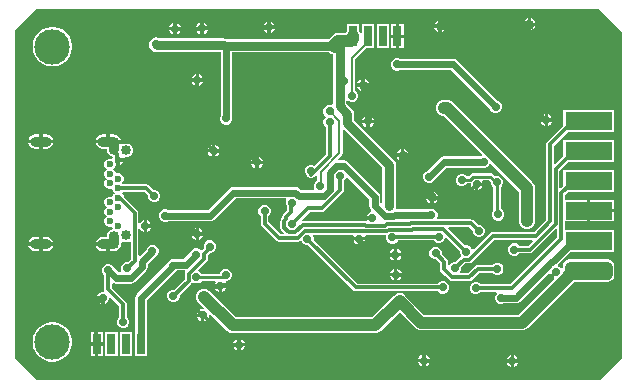
<source format=gbl>
G04*
G04 #@! TF.GenerationSoftware,Altium Limited,Altium Designer,21.6.1 (37)*
G04*
G04 Layer_Physical_Order=2*
G04 Layer_Color=16711680*
%FSLAX44Y44*%
%MOMM*%
G71*
G04*
G04 #@! TF.SameCoordinates,11CCFD72-63DB-4119-8E51-9F3FA7F87259*
G04*
G04*
G04 #@! TF.FilePolarity,Positive*
G04*
G01*
G75*
%ADD10C,0.2000*%
%ADD13C,0.6000*%
%ADD14C,0.2500*%
%ADD16C,0.1700*%
%ADD66C,0.3000*%
%ADD67C,0.8000*%
%ADD68C,1.0000*%
%ADD70C,3.0000*%
%ADD71O,1.8000X0.9000*%
%ADD72C,0.6000*%
%ADD73O,0.9000X1.5000*%
%ADD74C,0.8500*%
%ADD75C,0.7000*%
%ADD76R,4.0000X1.5240*%
G04:AMPARAMS|DCode=77|XSize=1.524mm|YSize=4mm|CornerRadius=0.381mm|HoleSize=0mm|Usage=FLASHONLY|Rotation=90.000|XOffset=0mm|YOffset=0mm|HoleType=Round|Shape=RoundedRectangle|*
%AMROUNDEDRECTD77*
21,1,1.5240,3.2380,0,0,90.0*
21,1,0.7620,4.0000,0,0,90.0*
1,1,0.7620,1.6190,0.3810*
1,1,0.7620,1.6190,-0.3810*
1,1,0.7620,-1.6190,-0.3810*
1,1,0.7620,-1.6190,0.3810*
%
%ADD77ROUNDEDRECTD77*%
%ADD78R,4.0000X1.5240*%
%ADD79R,0.7000X1.7000*%
G36*
X482201Y262444D02*
Y-13194D01*
X463444Y-31951D01*
X-12944D01*
X-31451Y-13444D01*
X-31451Y263694D01*
X-13444Y281701D01*
X462944D01*
X482201Y262444D01*
D02*
G37*
%LPC*%
G36*
X405500Y273899D02*
Y270500D01*
X408899D01*
X408324Y271889D01*
X406889Y273324D01*
X405500Y273899D01*
D02*
G37*
G36*
X402500D02*
X401111Y273324D01*
X399676Y271889D01*
X399101Y270500D01*
X402500D01*
Y273899D01*
D02*
G37*
G36*
X329750Y272399D02*
Y269000D01*
X333149D01*
X332574Y270389D01*
X331139Y271824D01*
X329750Y272399D01*
D02*
G37*
G36*
X326750D02*
X325361Y271824D01*
X323926Y270389D01*
X323351Y269000D01*
X326750D01*
Y272399D01*
D02*
G37*
G36*
X185000Y271649D02*
Y268250D01*
X188399D01*
X187824Y269639D01*
X186389Y271073D01*
X185000Y271649D01*
D02*
G37*
G36*
X182000D02*
X180611Y271073D01*
X179176Y269639D01*
X178601Y268250D01*
X182000D01*
Y271649D01*
D02*
G37*
G36*
X128000Y270399D02*
Y267000D01*
X131399D01*
X130824Y268389D01*
X129389Y269823D01*
X128000Y270399D01*
D02*
G37*
G36*
X125000D02*
X123611Y269823D01*
X122176Y268389D01*
X121601Y267000D01*
X125000D01*
Y270399D01*
D02*
G37*
G36*
X105250Y270149D02*
Y266750D01*
X108649D01*
X108074Y268139D01*
X106639Y269574D01*
X105250Y270149D01*
D02*
G37*
G36*
X102250D02*
X100861Y269574D01*
X99426Y268139D01*
X98851Y266750D01*
X102250D01*
Y270149D01*
D02*
G37*
G36*
X408899Y267500D02*
X405500D01*
Y264101D01*
X406889Y264676D01*
X408324Y266111D01*
X408899Y267500D01*
D02*
G37*
G36*
X402500D02*
X399101D01*
X399676Y266111D01*
X401111Y264676D01*
X402500Y264101D01*
Y267500D01*
D02*
G37*
G36*
X333149Y266000D02*
X329750D01*
Y262601D01*
X331139Y263176D01*
X332574Y264611D01*
X333149Y266000D01*
D02*
G37*
G36*
X326750D02*
X323351D01*
X323926Y264611D01*
X325361Y263176D01*
X326750Y262601D01*
Y266000D01*
D02*
G37*
G36*
X188399Y265250D02*
X185000D01*
Y261851D01*
X186389Y262426D01*
X187824Y263861D01*
X188399Y265250D01*
D02*
G37*
G36*
X182000D02*
X178601D01*
X179176Y263861D01*
X180611Y262426D01*
X182000Y261851D01*
Y265250D01*
D02*
G37*
G36*
X272450Y268950D02*
X262050D01*
Y261953D01*
X260780Y261700D01*
X260603Y262129D01*
X259950Y262979D01*
Y268950D01*
X249550D01*
Y262979D01*
X248898Y262129D01*
X248848Y262008D01*
X242000D01*
X240251Y261777D01*
X238621Y261102D01*
X237222Y260028D01*
X234005Y256812D01*
X146506D01*
X145250Y257061D01*
X90185D01*
X89724Y257369D01*
X87500Y257812D01*
X85276Y257369D01*
X83391Y256110D01*
X82131Y254224D01*
X81688Y252000D01*
X82131Y249776D01*
X83391Y247890D01*
X84141Y247140D01*
X84141Y247140D01*
X86026Y245881D01*
X88250Y245438D01*
X88250Y245438D01*
X142458D01*
Y191269D01*
X142050Y190285D01*
Y188216D01*
X142842Y186305D01*
X144305Y184842D01*
X146216Y184050D01*
X148285D01*
X150196Y184842D01*
X151658Y186305D01*
X152450Y188216D01*
Y190285D01*
X152042Y191269D01*
Y245188D01*
X234318D01*
X234371Y245148D01*
X234393Y245138D01*
X234641Y244891D01*
X234641Y244891D01*
X236526Y243631D01*
X237439Y243450D01*
Y220750D01*
Y201134D01*
X236169Y200286D01*
X235793Y200442D01*
X233724D01*
X231813Y199650D01*
X230350Y198187D01*
X229558Y196276D01*
Y194207D01*
X230350Y192296D01*
X231068Y191579D01*
X231746Y190752D01*
X231068Y189919D01*
X230353Y189205D01*
X229562Y187293D01*
Y185225D01*
X230353Y183314D01*
X231499Y182168D01*
Y158905D01*
X221982Y149389D01*
X221956Y149415D01*
X220045Y150207D01*
X217976D01*
X216065Y149415D01*
X214602Y147953D01*
X213811Y146041D01*
Y143973D01*
X214602Y142062D01*
X215968Y140695D01*
X215996Y140555D01*
X216704Y139496D01*
X217762Y138789D01*
X219011Y138540D01*
X220259Y138789D01*
X221318Y139496D01*
X223274Y141452D01*
X224447Y140966D01*
Y136778D01*
X223554Y136408D01*
X222092Y134946D01*
X221300Y133034D01*
Y130966D01*
X221757Y129862D01*
X220909Y128592D01*
X210532D01*
X209235Y129888D01*
X207680Y130927D01*
X205847Y131292D01*
X205846Y131292D01*
X153135D01*
X153135Y131292D01*
X151301Y130927D01*
X149747Y129888D01*
X149747Y129888D01*
X131650Y111792D01*
X97769D01*
X96784Y112200D01*
X94716D01*
X92804Y111408D01*
X91342Y109946D01*
X90550Y108034D01*
Y105966D01*
X91342Y104054D01*
X92804Y102592D01*
X94716Y101800D01*
X96784D01*
X97769Y102208D01*
X133635D01*
X133635Y102208D01*
X135469Y102573D01*
X137024Y103611D01*
X155120Y121708D01*
X197445D01*
X198131Y120438D01*
X197550Y119034D01*
Y116966D01*
X198342Y115054D01*
X198722Y114674D01*
Y111504D01*
X195718Y108499D01*
X195010Y107441D01*
X194762Y106192D01*
Y105351D01*
X193993Y104582D01*
X193286Y103524D01*
X193037Y102275D01*
Y96725D01*
X193286Y95476D01*
X193993Y94418D01*
X195875Y92536D01*
X195389Y91363D01*
X193259D01*
X183022Y101600D01*
Y106664D01*
X184167Y107810D01*
X184959Y109721D01*
Y111790D01*
X184167Y113701D01*
X182704Y115164D01*
X180793Y115955D01*
X178724D01*
X176813Y115164D01*
X175350Y113701D01*
X174559Y111790D01*
Y109721D01*
X175350Y107810D01*
X176496Y106664D01*
Y100249D01*
X176744Y99000D01*
X177452Y97942D01*
X189600Y85793D01*
X190659Y85086D01*
X191907Y84837D01*
X207722D01*
X208971Y85086D01*
X209677Y85558D01*
X210802Y85352D01*
X211173Y85141D01*
X211642Y84008D01*
X213105Y82545D01*
X215016Y81753D01*
X216636D01*
X254447Y43943D01*
X255505Y43236D01*
X256754Y42987D01*
X326659D01*
X327804Y41842D01*
X329716Y41050D01*
X331784D01*
X333696Y41842D01*
X335158Y43304D01*
X335950Y45216D01*
Y47284D01*
X335158Y49196D01*
X333696Y50658D01*
X331784Y51450D01*
X329716D01*
X327804Y50658D01*
X326659Y49513D01*
X258105D01*
X221250Y86367D01*
Y87988D01*
X220543Y89695D01*
X221052Y90965D01*
X254538D01*
X255350Y89695D01*
X255074Y89028D01*
X264871D01*
X264764Y89286D01*
X265470Y90342D01*
X282277D01*
X282814Y89539D01*
Y87470D01*
X283606Y85559D01*
X285068Y84096D01*
X286980Y83304D01*
X289048D01*
X290960Y84096D01*
X292422Y85559D01*
X292600Y85987D01*
X323159D01*
X324304Y84842D01*
X326216Y84050D01*
X328284D01*
X330196Y84842D01*
X331658Y86305D01*
X332361Y88000D01*
X333623Y88533D01*
X345067Y77090D01*
Y75469D01*
X345859Y73558D01*
X346114Y73303D01*
X345997Y72111D01*
X341339Y67453D01*
X339732D01*
X337821Y66661D01*
X336358Y65199D01*
X336201Y64820D01*
X334931Y65072D01*
Y68081D01*
X334683Y69330D01*
X333976Y70388D01*
X329700Y74664D01*
Y76284D01*
X328908Y78196D01*
X327446Y79658D01*
X325534Y80450D01*
X323466D01*
X321554Y79658D01*
X320092Y78196D01*
X319300Y76284D01*
Y74216D01*
X320092Y72304D01*
X321554Y70842D01*
X323466Y70050D01*
X325086D01*
X328406Y66730D01*
Y61453D01*
X328654Y60205D01*
X329362Y59146D01*
X335765Y52743D01*
X336824Y52036D01*
X338072Y51787D01*
X353096D01*
X354344Y52036D01*
X355403Y52743D01*
X361398Y58738D01*
X372659D01*
X373804Y57592D01*
X375715Y56800D01*
X377784D01*
X379695Y57592D01*
X381158Y59055D01*
X381950Y60966D01*
Y63035D01*
X381158Y64946D01*
X379695Y66409D01*
X377784Y67200D01*
X375715D01*
X373804Y66409D01*
X372659Y65263D01*
X360046D01*
X358797Y65015D01*
X357739Y64307D01*
X351744Y58313D01*
X345840D01*
X345289Y59583D01*
X345967Y61219D01*
Y62853D01*
X349655Y66541D01*
X353042D01*
X354291Y66789D01*
X355349Y67497D01*
X374590Y86737D01*
X406361D01*
X406847Y85564D01*
X402795Y81513D01*
X395341D01*
X394196Y82658D01*
X392284Y83450D01*
X390216D01*
X388304Y82658D01*
X386842Y81196D01*
X386050Y79284D01*
Y77216D01*
X386842Y75304D01*
X388304Y73842D01*
X390216Y73050D01*
X392284D01*
X394196Y73842D01*
X395341Y74987D01*
X404147D01*
X405395Y75236D01*
X406454Y75943D01*
X426364Y95853D01*
X427537Y95367D01*
Y88652D01*
X387649Y48763D01*
X362591D01*
X361446Y49908D01*
X359534Y50700D01*
X357466D01*
X355554Y49908D01*
X354092Y48446D01*
X353300Y46534D01*
Y44466D01*
X354092Y42554D01*
X355554Y41092D01*
X357466Y40300D01*
X359534D01*
X361446Y41092D01*
X362591Y42237D01*
X375587D01*
X376113Y40967D01*
X375342Y40196D01*
X374550Y38284D01*
Y36216D01*
X375342Y34304D01*
X376804Y32842D01*
X378716Y32050D01*
X380784D01*
X382231Y32649D01*
X392212D01*
X392212Y32649D01*
X394046Y33014D01*
X395600Y34053D01*
X420227Y58679D01*
X421526Y58182D01*
X422176Y56611D01*
X423611Y55176D01*
X424769Y54697D01*
X425095Y53227D01*
X395126Y23258D01*
X314849D01*
X298779Y39328D01*
X298778Y39328D01*
X297379Y40402D01*
X295749Y41077D01*
X294000Y41308D01*
X292251Y41077D01*
X290621Y40402D01*
X289221Y39328D01*
X270651Y20758D01*
X183848D01*
X182584Y20924D01*
X155383D01*
X133028Y43278D01*
X131629Y44352D01*
X129999Y45027D01*
X128250Y45258D01*
X126501Y45027D01*
X124871Y44352D01*
X123471Y43278D01*
X122398Y41879D01*
X121722Y40249D01*
X121492Y38500D01*
X121722Y36751D01*
X122398Y35121D01*
X123471Y33721D01*
X128364Y28829D01*
X127797Y27600D01*
X126236D01*
X124361Y26824D01*
X122926Y25389D01*
X122351Y24000D01*
X127250D01*
Y22500D01*
X128750D01*
Y17601D01*
X130139Y18176D01*
X131574Y19611D01*
X132350Y21486D01*
Y23047D01*
X133579Y23614D01*
X147805Y9388D01*
X149205Y8314D01*
X150834Y7639D01*
X152584Y7409D01*
X180485D01*
X181750Y7242D01*
X273450D01*
X275199Y7473D01*
X276829Y8148D01*
X278228Y9222D01*
X294000Y24993D01*
X307271Y11722D01*
X308671Y10648D01*
X310301Y9972D01*
X312050Y9742D01*
X397925D01*
X399674Y9973D01*
X401304Y10648D01*
X402703Y11722D01*
X441479Y50497D01*
X441882Y51022D01*
X470190D01*
X472340Y51450D01*
X474162Y52667D01*
X475380Y54490D01*
X475808Y56640D01*
Y64260D01*
X475380Y66410D01*
X474162Y68232D01*
X472340Y69450D01*
X470190Y69878D01*
X437810D01*
X435660Y69450D01*
X433838Y68232D01*
X432620Y66410D01*
X432192Y64260D01*
Y62404D01*
X430922Y62151D01*
X430824Y62389D01*
X429389Y63824D01*
X428525Y64182D01*
X428227Y65680D01*
X439077Y76530D01*
X475700D01*
Y95170D01*
X434063D01*
Y102030D01*
X452500D01*
Y111250D01*
Y120470D01*
X434063D01*
Y124479D01*
X436914Y127330D01*
X475700D01*
Y145970D01*
X432300D01*
Y131944D01*
X430536Y130180D01*
X429363Y130666D01*
Y145179D01*
X436914Y152730D01*
X475700D01*
Y171370D01*
X432300D01*
Y157344D01*
X425836Y150880D01*
X424663Y151366D01*
Y165879D01*
X436914Y178130D01*
X475700D01*
Y196770D01*
X432300D01*
Y182744D01*
X419093Y169537D01*
X418386Y168479D01*
X418137Y167230D01*
Y103502D01*
X407898Y93263D01*
X373239D01*
X371990Y93014D01*
X370932Y92307D01*
X356640Y78016D01*
X355145Y78316D01*
X354675Y79449D01*
X353213Y80912D01*
X351301Y81704D01*
X349681D01*
X335171Y96214D01*
X335657Y97387D01*
X353021D01*
X356068Y94340D01*
Y92720D01*
X356859Y90809D01*
X358322Y89346D01*
X360233Y88555D01*
X362302D01*
X364213Y89346D01*
X365676Y90809D01*
X366468Y92720D01*
Y94789D01*
X365676Y96700D01*
X364213Y98163D01*
X362302Y98955D01*
X360682D01*
X356679Y102957D01*
X355621Y103664D01*
X354372Y103913D01*
X326436D01*
X325682Y105183D01*
X326216Y106471D01*
Y108540D01*
X325424Y110451D01*
X323961Y111914D01*
X322050Y112705D01*
X319981D01*
X318997Y112297D01*
X291711D01*
X290777Y113567D01*
X291062Y115000D01*
Y150250D01*
X291062Y150250D01*
X290619Y152474D01*
X289359Y154360D01*
X289359Y154360D01*
X255512Y188207D01*
Y193311D01*
X255512Y193311D01*
X255069Y195535D01*
X253810Y197420D01*
X253809Y197420D01*
X249062Y202168D01*
Y204016D01*
X250332Y204542D01*
X250843Y204031D01*
X252754Y203240D01*
X254823D01*
X256734Y204031D01*
X258197Y205494D01*
X258988Y207405D01*
Y209474D01*
X258197Y211385D01*
X256734Y212848D01*
X256388Y212991D01*
Y239211D01*
X265727Y248550D01*
X272450D01*
Y268950D01*
D02*
G37*
G36*
X131399Y264000D02*
X128000D01*
Y260601D01*
X129389Y261176D01*
X130824Y262611D01*
X131399Y264000D01*
D02*
G37*
G36*
X125000D02*
X121601D01*
X122176Y262611D01*
X123611Y261176D01*
X125000Y260601D01*
Y264000D01*
D02*
G37*
G36*
X108649Y263750D02*
X105250D01*
Y260351D01*
X106639Y260926D01*
X108074Y262361D01*
X108649Y263750D01*
D02*
G37*
G36*
X102250D02*
X98851D01*
X99426Y262361D01*
X100861Y260926D01*
X102250Y260351D01*
Y263750D01*
D02*
G37*
G36*
X297350Y268850D02*
X293750D01*
Y260250D01*
X297350D01*
Y268850D01*
D02*
G37*
G36*
X290750D02*
X287150D01*
Y260250D01*
X290750D01*
Y268850D01*
D02*
G37*
G36*
X297350Y257250D02*
X293750D01*
Y248650D01*
X297350D01*
Y257250D01*
D02*
G37*
G36*
X290750D02*
X287150D01*
Y248650D01*
X290750D01*
Y257250D01*
D02*
G37*
G36*
X284950Y268950D02*
X274550D01*
Y248550D01*
X284950D01*
Y268950D01*
D02*
G37*
G36*
X1645Y266700D02*
X-1645D01*
X-4871Y266058D01*
X-7910Y264799D01*
X-10646Y262972D01*
X-12972Y260646D01*
X-14799Y257910D01*
X-16058Y254871D01*
X-16700Y251645D01*
Y248355D01*
X-16058Y245129D01*
X-14799Y242090D01*
X-12972Y239354D01*
X-10646Y237028D01*
X-7910Y235201D01*
X-4871Y233942D01*
X-1645Y233300D01*
X1645D01*
X4871Y233942D01*
X7910Y235201D01*
X10646Y237028D01*
X12972Y239354D01*
X14799Y242090D01*
X16058Y245129D01*
X16700Y248355D01*
Y251645D01*
X16058Y254871D01*
X14799Y257910D01*
X12972Y260646D01*
X10646Y262972D01*
X7910Y264799D01*
X4871Y266058D01*
X1645Y266700D01*
D02*
G37*
G36*
X124250Y226649D02*
Y223250D01*
X127649D01*
X127074Y224639D01*
X125639Y226074D01*
X124250Y226649D01*
D02*
G37*
G36*
X121250D02*
X119861Y226074D01*
X118426Y224639D01*
X117851Y223250D01*
X121250D01*
Y226649D01*
D02*
G37*
G36*
X264750Y222649D02*
Y219250D01*
X268149D01*
X267574Y220639D01*
X266139Y222074D01*
X264750Y222649D01*
D02*
G37*
G36*
X261750D02*
X260361Y222074D01*
X258926Y220639D01*
X258351Y219250D01*
X261750D01*
Y222649D01*
D02*
G37*
G36*
X127649Y220250D02*
X124250D01*
Y216851D01*
X125639Y217426D01*
X127074Y218861D01*
X127649Y220250D01*
D02*
G37*
G36*
X121250D02*
X117851D01*
X118426Y218861D01*
X119861Y217426D01*
X121250Y216851D01*
Y220250D01*
D02*
G37*
G36*
X268149Y216250D02*
X264750D01*
Y212851D01*
X266139Y213426D01*
X267574Y214861D01*
X268149Y216250D01*
D02*
G37*
G36*
X261750D02*
X258351D01*
X258926Y214861D01*
X260361Y213426D01*
X261750Y212851D01*
Y216250D01*
D02*
G37*
G36*
X293034Y240200D02*
X290966D01*
X289054Y239408D01*
X287592Y237946D01*
X286800Y236034D01*
Y233966D01*
X287592Y232055D01*
X289054Y230592D01*
X290966Y229800D01*
X293034D01*
X294019Y230208D01*
X337515D01*
X370434Y197289D01*
X370842Y196304D01*
X372304Y194842D01*
X374216Y194050D01*
X376284D01*
X378196Y194842D01*
X379658Y196304D01*
X380450Y198216D01*
Y200284D01*
X379658Y202196D01*
X378196Y203658D01*
X377211Y204066D01*
X342888Y238389D01*
X341334Y239427D01*
X339500Y239792D01*
X339500Y239792D01*
X294019D01*
X293034Y240200D01*
D02*
G37*
G36*
X419750Y192649D02*
Y189250D01*
X423149D01*
X422574Y190639D01*
X421139Y192074D01*
X419750Y192649D01*
D02*
G37*
G36*
X416750D02*
X415361Y192074D01*
X413926Y190639D01*
X413351Y189250D01*
X416750D01*
Y192649D01*
D02*
G37*
G36*
X268750Y191649D02*
Y188250D01*
X272149D01*
X271574Y189639D01*
X270139Y191074D01*
X268750Y191649D01*
D02*
G37*
G36*
X265750D02*
X264361Y191074D01*
X262926Y189639D01*
X262351Y188250D01*
X265750D01*
Y191649D01*
D02*
G37*
G36*
X423149Y186250D02*
X419750D01*
Y182851D01*
X421139Y183426D01*
X422574Y184861D01*
X423149Y186250D01*
D02*
G37*
G36*
X416750D02*
X413351D01*
X413926Y184861D01*
X415361Y183426D01*
X416750Y182851D01*
Y186250D01*
D02*
G37*
G36*
X272149Y185250D02*
X268750D01*
Y181851D01*
X270139Y182426D01*
X271574Y183861D01*
X272149Y185250D01*
D02*
G37*
G36*
X265750D02*
X262351D01*
X262926Y183861D01*
X264361Y182426D01*
X265750Y181851D01*
Y185250D01*
D02*
G37*
G36*
X45750Y175819D02*
X42750D01*
X40370Y175346D01*
X38352Y173998D01*
X37004Y171980D01*
X36829Y171100D01*
X45750D01*
Y175819D01*
D02*
G37*
G36*
X-5250D02*
X-8250D01*
Y171100D01*
X671D01*
X496Y171980D01*
X-852Y173998D01*
X-2870Y175346D01*
X-5250Y175819D01*
D02*
G37*
G36*
X-11250D02*
X-14250D01*
X-16630Y175346D01*
X-18648Y173998D01*
X-19996Y171980D01*
X-20171Y171100D01*
X-11250D01*
Y175819D01*
D02*
G37*
G36*
X138000Y166899D02*
Y163500D01*
X141399D01*
X140824Y164889D01*
X139389Y166324D01*
X138000Y166899D01*
D02*
G37*
G36*
X135000D02*
X133611Y166324D01*
X132176Y164889D01*
X131601Y163500D01*
X135000D01*
Y166899D01*
D02*
G37*
G36*
X671Y168100D02*
X-8250D01*
Y163380D01*
X-5250D01*
X-2870Y163854D01*
X-852Y165202D01*
X496Y167220D01*
X671Y168100D01*
D02*
G37*
G36*
X-11250D02*
X-20171D01*
X-19996Y167220D01*
X-18648Y165202D01*
X-16630Y163854D01*
X-14250Y163380D01*
X-11250D01*
Y168100D01*
D02*
G37*
G36*
X298000Y163149D02*
Y159750D01*
X301399D01*
X300824Y161139D01*
X299389Y162573D01*
X298000Y163149D01*
D02*
G37*
G36*
X295000D02*
X293611Y162573D01*
X292177Y161139D01*
X291601Y159750D01*
X295000D01*
Y163149D01*
D02*
G37*
G36*
X334075Y204858D02*
X331350D01*
X329601Y204627D01*
X327971Y203952D01*
X326572Y202878D01*
X325498Y201479D01*
X324822Y199849D01*
X324592Y198100D01*
X324822Y196351D01*
X325498Y194721D01*
X326572Y193321D01*
X327971Y192248D01*
X329601Y191572D01*
X331265Y191353D01*
X363745Y158873D01*
X363442Y157380D01*
X363231Y157292D01*
X331750D01*
X331750Y157292D01*
X329916Y156927D01*
X328362Y155889D01*
X317039Y144566D01*
X316054Y144158D01*
X314592Y142696D01*
X313800Y140784D01*
Y138716D01*
X314592Y136805D01*
X316054Y135342D01*
X317966Y134550D01*
X320034D01*
X321946Y135342D01*
X323408Y136805D01*
X323816Y137789D01*
X333735Y147708D01*
X363231D01*
X364216Y147300D01*
X366284D01*
X368196Y148092D01*
X369658Y149554D01*
X370130Y150692D01*
X371623Y150995D01*
X395242Y127376D01*
Y102250D01*
X395472Y100501D01*
X396148Y98871D01*
X397221Y97472D01*
X398621Y96398D01*
X400251Y95723D01*
X402000Y95492D01*
X403749Y95723D01*
X405379Y96398D01*
X406778Y97472D01*
X407852Y98871D01*
X408527Y100501D01*
X408758Y102250D01*
Y130175D01*
X408527Y131924D01*
X407852Y133554D01*
X406778Y134953D01*
X338853Y202878D01*
X337454Y203952D01*
X335824Y204627D01*
X334075Y204858D01*
D02*
G37*
G36*
X141399Y160500D02*
X138000D01*
Y157101D01*
X139389Y157676D01*
X140824Y159111D01*
X141399Y160500D01*
D02*
G37*
G36*
X135000D02*
X131601D01*
X132176Y159111D01*
X133611Y157676D01*
X135000Y157101D01*
Y160500D01*
D02*
G37*
G36*
X51750Y175819D02*
X48750D01*
Y169600D01*
X47250D01*
Y168100D01*
X36829D01*
X37004Y167220D01*
X38352Y165202D01*
X40370Y163854D01*
X42750Y163380D01*
X46030D01*
Y163350D01*
X46504Y160970D01*
X47852Y158952D01*
X49870Y157604D01*
X50720Y157435D01*
X51471Y155991D01*
X51346Y155687D01*
X49977Y154879D01*
X49685Y155000D01*
X47815D01*
X46088Y154284D01*
X44766Y152962D01*
X44050Y151235D01*
Y149365D01*
X44766Y147638D01*
X45274Y147129D01*
X46073Y146300D01*
X45274Y145470D01*
X44766Y144962D01*
X44050Y143235D01*
Y141365D01*
X44766Y139637D01*
X45274Y139129D01*
X46073Y138300D01*
X45274Y137470D01*
X44766Y136962D01*
X44050Y135235D01*
Y133365D01*
X44766Y131638D01*
X46088Y130315D01*
X47815Y129600D01*
X49685D01*
X49877Y129679D01*
X51253Y128875D01*
X51766Y127638D01*
X52274Y127130D01*
X53073Y126300D01*
X52274Y125470D01*
X51766Y124962D01*
X51253Y123725D01*
X49877Y122921D01*
X49685Y123000D01*
X47815D01*
X46088Y122284D01*
X44766Y120962D01*
X44050Y119235D01*
Y117365D01*
X44766Y115638D01*
X45274Y115130D01*
X46073Y114300D01*
X45274Y113470D01*
X44766Y112962D01*
X44050Y111235D01*
Y109365D01*
X44766Y107638D01*
X45274Y107130D01*
X46073Y106300D01*
X45274Y105470D01*
X44766Y104962D01*
X44050Y103235D01*
Y101365D01*
X44766Y99638D01*
X46088Y98315D01*
X47815Y97600D01*
X49685D01*
X49977Y97721D01*
X51346Y96913D01*
X51471Y96610D01*
X50720Y95165D01*
X49870Y94996D01*
X47852Y93648D01*
X46504Y91630D01*
X46030Y89250D01*
Y89220D01*
X42750D01*
X40370Y88746D01*
X38352Y87398D01*
X37004Y85380D01*
X36829Y84500D01*
X47250D01*
Y83000D01*
X48750D01*
Y76781D01*
X51750D01*
X54130Y77254D01*
X54452Y77469D01*
X54630Y77504D01*
X56648Y78852D01*
X57996Y80870D01*
X58469Y83250D01*
Y84051D01*
X59739Y84900D01*
X61066Y84350D01*
X63433D01*
X65167Y85068D01*
X66437Y84413D01*
Y70301D01*
X63836Y67700D01*
X62216D01*
X60304Y66908D01*
X58842Y65446D01*
X58050Y63534D01*
Y61466D01*
X58507Y60362D01*
X57659Y59092D01*
X55956D01*
X51875Y63173D01*
X51658Y63696D01*
X50196Y65158D01*
X48284Y65950D01*
X46216D01*
X44304Y65158D01*
X42842Y63696D01*
X42050Y61784D01*
Y59716D01*
X42842Y57804D01*
X43987Y56659D01*
Y44584D01*
X44163Y43699D01*
X44130Y43585D01*
X43534Y42759D01*
X43250Y42525D01*
X41786D01*
X39911Y41749D01*
X38477Y40314D01*
X37901Y38925D01*
X42800D01*
Y37425D01*
X44300D01*
Y32526D01*
X45689Y33102D01*
X47124Y34536D01*
X47900Y36411D01*
Y37524D01*
X49170Y38050D01*
X56737Y30482D01*
Y20841D01*
X55592Y19696D01*
X54800Y17784D01*
Y15716D01*
X55592Y13804D01*
X57054Y12342D01*
X58966Y11550D01*
X61034D01*
X62946Y12342D01*
X64408Y13804D01*
X65200Y15716D01*
Y17784D01*
X64408Y19696D01*
X63263Y20841D01*
Y31834D01*
X63014Y33082D01*
X62307Y34141D01*
X50513Y45935D01*
Y49430D01*
X51783Y50109D01*
X52137Y49873D01*
X53971Y49508D01*
X66646D01*
X66646Y49508D01*
X68480Y49873D01*
X70035Y50911D01*
X79288Y60165D01*
X79288Y60165D01*
X80327Y61719D01*
X80692Y63553D01*
X80692Y63553D01*
Y66165D01*
X86711Y72184D01*
X87696Y72592D01*
X89158Y74054D01*
X89950Y75966D01*
Y78034D01*
X89158Y79946D01*
X87696Y81408D01*
X85784Y82200D01*
X83716D01*
X81804Y81408D01*
X80342Y79946D01*
X79934Y78961D01*
X74136Y73163D01*
X72962Y73649D01*
Y95327D01*
X74233Y95579D01*
X74426Y95111D01*
X75861Y93676D01*
X77250Y93101D01*
Y98000D01*
Y102899D01*
X75861Y102324D01*
X74426Y100889D01*
X74233Y100421D01*
X72962Y100673D01*
Y109118D01*
X72714Y110367D01*
X72007Y111425D01*
X60450Y122982D01*
Y123235D01*
X59734Y124962D01*
X59226Y125470D01*
X58791Y125922D01*
X59455Y127037D01*
X78099D01*
X81050Y124086D01*
Y122466D01*
X81842Y120554D01*
X83304Y119092D01*
X85216Y118300D01*
X87284D01*
X89196Y119092D01*
X90658Y120554D01*
X91450Y122466D01*
Y124534D01*
X90658Y126446D01*
X89196Y127908D01*
X87284Y128700D01*
X85664D01*
X81757Y132607D01*
X80699Y133314D01*
X79450Y133563D01*
X59455D01*
X58791Y134677D01*
X59226Y135129D01*
X59734Y135638D01*
X60450Y137365D01*
Y139235D01*
X59734Y140962D01*
X58412Y142284D01*
X56685Y143000D01*
X54815D01*
X54624Y142921D01*
X53247Y143725D01*
X52735Y144962D01*
X52227Y145470D01*
X51428Y146300D01*
X52227Y147129D01*
X52735Y147638D01*
X53450Y149365D01*
X54250Y149899D01*
Y154300D01*
X55750D01*
Y155800D01*
X60682D01*
X60690Y155812D01*
X61255Y156350D01*
X63433D01*
X65620Y157256D01*
X67294Y158929D01*
X68200Y161116D01*
Y163483D01*
X67294Y165670D01*
X65620Y167344D01*
X63433Y168250D01*
X61066D01*
X59739Y167700D01*
X58469Y168549D01*
Y169350D01*
X57996Y171730D01*
X56648Y173748D01*
X54630Y175096D01*
X54450Y175132D01*
X54130Y175346D01*
X51750Y175819D01*
D02*
G37*
G36*
X174743Y156906D02*
Y153507D01*
X178141D01*
X177566Y154896D01*
X176131Y156331D01*
X174743Y156906D01*
D02*
G37*
G36*
X171743D02*
X170354Y156331D01*
X168919Y154896D01*
X168344Y153507D01*
X171743D01*
Y156906D01*
D02*
G37*
G36*
X301399Y156750D02*
X298000D01*
Y153351D01*
X299389Y153926D01*
X300824Y155361D01*
X301399Y156750D01*
D02*
G37*
G36*
X295000D02*
X291601D01*
X292177Y155361D01*
X293611Y153926D01*
X295000Y153351D01*
Y156750D01*
D02*
G37*
G36*
X60108Y152800D02*
X57250D01*
Y149942D01*
X58356Y150400D01*
X59650Y151694D01*
X60108Y152800D01*
D02*
G37*
G36*
X178141Y150507D02*
X174743D01*
Y147108D01*
X176131Y147684D01*
X177566Y149118D01*
X178141Y150507D01*
D02*
G37*
G36*
X171743D02*
X168344D01*
X168919Y149118D01*
X170354Y147684D01*
X171743Y147108D01*
Y150507D01*
D02*
G37*
G36*
X370953Y142964D02*
X356596D01*
X355445Y142735D01*
X354469Y142083D01*
X352754Y140368D01*
X350736D01*
X349696Y141408D01*
X347784Y142200D01*
X345716D01*
X343804Y141408D01*
X342342Y139946D01*
X341550Y138034D01*
Y135966D01*
X342342Y134054D01*
X343804Y132592D01*
X345716Y131800D01*
X347784D01*
X349696Y132592D01*
X351158Y134054D01*
X351282Y134353D01*
X354000D01*
X354168Y134215D01*
Y132492D01*
X354944Y130618D01*
X356379Y129183D01*
X357767Y128608D01*
Y133506D01*
X359268D01*
Y135007D01*
X364166D01*
X363888Y135679D01*
X364697Y136949D01*
X369708D01*
X371300Y135356D01*
Y134216D01*
X372092Y132304D01*
X373492Y130904D01*
Y111346D01*
X373092Y110946D01*
X372300Y109034D01*
Y106966D01*
X373092Y105055D01*
X374554Y103592D01*
X376466Y102800D01*
X378534D01*
X380446Y103592D01*
X381908Y105055D01*
X382700Y106966D01*
Y109034D01*
X381908Y110946D01*
X380446Y112408D01*
X379508Y112797D01*
Y130904D01*
X380908Y132304D01*
X381700Y134216D01*
Y136284D01*
X380908Y138196D01*
X379446Y139658D01*
X377534Y140450D01*
X375466D01*
X374934Y140230D01*
X373080Y142083D01*
X372104Y142735D01*
X370953Y142964D01*
D02*
G37*
G36*
X364166Y132007D02*
X360768D01*
Y128608D01*
X362156Y129183D01*
X363591Y130618D01*
X364166Y132007D01*
D02*
G37*
G36*
X323000Y127149D02*
Y123750D01*
X326399D01*
X325824Y125139D01*
X324389Y126574D01*
X323000Y127149D01*
D02*
G37*
G36*
X320000D02*
X318611Y126574D01*
X317176Y125139D01*
X316601Y123750D01*
X320000D01*
Y127149D01*
D02*
G37*
G36*
X326399Y120750D02*
X323000D01*
Y117351D01*
X324389Y117926D01*
X325824Y119361D01*
X326399Y120750D01*
D02*
G37*
G36*
X320000D02*
X316601D01*
X317176Y119361D01*
X318611Y117926D01*
X320000Y117351D01*
Y120750D01*
D02*
G37*
G36*
X475600Y120470D02*
X455500D01*
Y112750D01*
X475600D01*
Y120470D01*
D02*
G37*
G36*
Y109750D02*
X455500D01*
Y102030D01*
X475600D01*
Y109750D01*
D02*
G37*
G36*
X80250Y102899D02*
Y99500D01*
X83649D01*
X83074Y100889D01*
X81639Y102324D01*
X80250Y102899D01*
D02*
G37*
G36*
X83649Y96500D02*
X80250D01*
Y93101D01*
X81639Y93676D01*
X83074Y95111D01*
X83649Y96500D01*
D02*
G37*
G36*
X124250Y96399D02*
Y93000D01*
X127649D01*
X127074Y94389D01*
X125639Y95824D01*
X124250Y96399D01*
D02*
G37*
G36*
X121250D02*
X119861Y95824D01*
X118426Y94389D01*
X117851Y93000D01*
X121250D01*
Y96399D01*
D02*
G37*
G36*
X127649Y90000D02*
X124250D01*
Y86601D01*
X125639Y87176D01*
X127074Y88611D01*
X127649Y90000D01*
D02*
G37*
G36*
X121250D02*
X117851D01*
X118426Y88611D01*
X119861Y87176D01*
X121250Y86601D01*
Y90000D01*
D02*
G37*
G36*
X-5250Y89220D02*
X-8250D01*
Y84500D01*
X671D01*
X496Y85380D01*
X-852Y87398D01*
X-2870Y88746D01*
X-5250Y89220D01*
D02*
G37*
G36*
X-11250D02*
X-14250D01*
X-16630Y88746D01*
X-18648Y87398D01*
X-19996Y85380D01*
X-20171Y84500D01*
X-11250D01*
Y89220D01*
D02*
G37*
G36*
X264871Y86028D02*
X261472D01*
Y82629D01*
X262861Y83204D01*
X264296Y84639D01*
X264871Y86028D01*
D02*
G37*
G36*
X258472D02*
X255074D01*
X255649Y84639D01*
X257083Y83204D01*
X258472Y82629D01*
Y86028D01*
D02*
G37*
G36*
X134291Y85954D02*
X132222D01*
X130311Y85162D01*
X128848Y83700D01*
X128056Y81788D01*
Y79720D01*
X128242Y79271D01*
X126935Y77965D01*
X125183Y77921D01*
X124696Y78408D01*
X122785Y79200D01*
X120716D01*
X118805Y78408D01*
X117342Y76945D01*
X117125Y76423D01*
X110995Y70292D01*
X102000D01*
X100166Y69927D01*
X98611Y68889D01*
X97760Y67613D01*
X97592Y67446D01*
X97184Y66461D01*
X71611Y40888D01*
X70573Y39334D01*
X70208Y37500D01*
X70208Y37500D01*
Y8700D01*
X69800D01*
Y-11700D01*
X80200D01*
Y8700D01*
X79792D01*
Y35515D01*
X103961Y59684D01*
X104946Y60092D01*
X105562Y60708D01*
X112086D01*
X112265Y60535D01*
X112729Y59438D01*
X112286Y58774D01*
X112037Y57525D01*
Y53151D01*
X103086Y44200D01*
X101466D01*
X99554Y43408D01*
X98091Y41945D01*
X97300Y40034D01*
Y37966D01*
X98091Y36054D01*
X99554Y34592D01*
X101466Y33800D01*
X103534D01*
X105445Y34592D01*
X106908Y36054D01*
X107700Y37966D01*
Y39586D01*
X117607Y49493D01*
X117807Y49793D01*
X119009Y50322D01*
X119470Y50169D01*
X120966Y49550D01*
X123034D01*
X124946Y50342D01*
X126346Y51742D01*
X137738D01*
X138264Y50472D01*
X137933Y50141D01*
X137358Y48752D01*
X147156D01*
X146627Y50030D01*
X146826Y50588D01*
X147218Y51300D01*
X147784D01*
X149696Y52092D01*
X151158Y53554D01*
X151950Y55466D01*
Y57534D01*
X151158Y59446D01*
X149696Y60908D01*
X147784Y61700D01*
X145716D01*
X143804Y60908D01*
X142342Y59446D01*
X141643Y57758D01*
X126346D01*
X124946Y59158D01*
X123813Y59628D01*
X123512Y61123D01*
X130757Y68368D01*
X131465Y69427D01*
X131713Y70675D01*
Y73514D01*
X133753Y75554D01*
X134291D01*
X136202Y76346D01*
X137665Y77808D01*
X138456Y79720D01*
Y81788D01*
X137665Y83700D01*
X136202Y85162D01*
X134291Y85954D01*
D02*
G37*
G36*
X45750Y81500D02*
X36829D01*
X37004Y80620D01*
X38352Y78602D01*
X40370Y77254D01*
X42750Y76781D01*
X45750D01*
Y81500D01*
D02*
G37*
G36*
X671D02*
X-8250D01*
Y76781D01*
X-5250D01*
X-2870Y77254D01*
X-852Y78602D01*
X496Y80620D01*
X671Y81500D01*
D02*
G37*
G36*
X-11250D02*
X-20171D01*
X-19996Y80620D01*
X-18648Y78602D01*
X-16630Y77254D01*
X-14250Y76781D01*
X-11250D01*
Y81500D01*
D02*
G37*
G36*
X292000Y78899D02*
Y75500D01*
X295399D01*
X294824Y76889D01*
X293389Y78324D01*
X292000Y78899D01*
D02*
G37*
G36*
X289000D02*
X287611Y78324D01*
X286176Y76889D01*
X285601Y75500D01*
X289000D01*
Y78899D01*
D02*
G37*
G36*
X295399Y72500D02*
X292000D01*
Y69101D01*
X293389Y69676D01*
X294824Y71111D01*
X295399Y72500D01*
D02*
G37*
G36*
X289000D02*
X285601D01*
X286176Y71111D01*
X287611Y69676D01*
X289000Y69101D01*
Y72500D01*
D02*
G37*
G36*
X292250Y61899D02*
Y58500D01*
X295649D01*
X295074Y59889D01*
X293639Y61323D01*
X292250Y61899D01*
D02*
G37*
G36*
X289250D02*
X287861Y61323D01*
X286426Y59889D01*
X285851Y58500D01*
X289250D01*
Y61899D01*
D02*
G37*
G36*
X295649Y55500D02*
X292250D01*
Y52101D01*
X293639Y52676D01*
X295074Y54111D01*
X295649Y55500D01*
D02*
G37*
G36*
X289250D02*
X285851D01*
X286426Y54111D01*
X287861Y52676D01*
X289250Y52101D01*
Y55500D01*
D02*
G37*
G36*
X147156Y45752D02*
X143757D01*
Y42353D01*
X145146Y42929D01*
X146580Y44363D01*
X147156Y45752D01*
D02*
G37*
G36*
X140757D02*
X137358D01*
X137933Y44363D01*
X139368Y42929D01*
X140757Y42353D01*
Y45752D01*
D02*
G37*
G36*
X41300Y35925D02*
X37901D01*
X38477Y34536D01*
X39911Y33102D01*
X41300Y32526D01*
Y35925D01*
D02*
G37*
G36*
X125750Y21000D02*
X122351D01*
X122926Y19611D01*
X124361Y18176D01*
X125750Y17601D01*
Y21000D01*
D02*
G37*
G36*
X42600Y8600D02*
X39000D01*
Y-0D01*
X42600D01*
Y8600D01*
D02*
G37*
G36*
X36000D02*
X32400D01*
Y-0D01*
X36000D01*
Y8600D01*
D02*
G37*
G36*
X159500Y2649D02*
Y-750D01*
X162899D01*
X162324Y639D01*
X160889Y2074D01*
X159500Y2649D01*
D02*
G37*
G36*
X156500D02*
X155111Y2074D01*
X153676Y639D01*
X153101Y-750D01*
X156500D01*
Y2649D01*
D02*
G37*
G36*
X162899Y-3750D02*
X159500D01*
Y-7149D01*
X160889Y-6574D01*
X162324Y-5139D01*
X162899Y-3750D01*
D02*
G37*
G36*
X156500D02*
X153101D01*
X153676Y-5139D01*
X155111Y-6574D01*
X156500Y-7149D01*
Y-3750D01*
D02*
G37*
G36*
X42600Y-3000D02*
X39000D01*
Y-11600D01*
X42600D01*
Y-3000D01*
D02*
G37*
G36*
X36000D02*
X32400D01*
Y-11600D01*
X36000D01*
Y-3000D01*
D02*
G37*
G36*
X67700Y8700D02*
X57300D01*
Y-11700D01*
X67700D01*
Y8700D01*
D02*
G37*
G36*
X55200D02*
X44800D01*
Y-11700D01*
X55200D01*
Y8700D01*
D02*
G37*
G36*
X316000Y-10851D02*
Y-14250D01*
X319399D01*
X318824Y-12861D01*
X317389Y-11426D01*
X316000Y-10851D01*
D02*
G37*
G36*
X313000D02*
X311611Y-11426D01*
X310176Y-12861D01*
X309601Y-14250D01*
X313000D01*
Y-10851D01*
D02*
G37*
G36*
X391000Y-11351D02*
Y-14750D01*
X394399D01*
X393824Y-13361D01*
X392389Y-11926D01*
X391000Y-11351D01*
D02*
G37*
G36*
X388000D02*
X386611Y-11926D01*
X385176Y-13361D01*
X384601Y-14750D01*
X388000D01*
Y-11351D01*
D02*
G37*
G36*
X1645Y16700D02*
X-1645D01*
X-4871Y16058D01*
X-7910Y14799D01*
X-10646Y12972D01*
X-12972Y10646D01*
X-14799Y7910D01*
X-16058Y4871D01*
X-16700Y1645D01*
Y-1645D01*
X-16058Y-4871D01*
X-14799Y-7910D01*
X-12972Y-10646D01*
X-10646Y-12972D01*
X-7910Y-14799D01*
X-4871Y-16058D01*
X-1645Y-16700D01*
X1645D01*
X4871Y-16058D01*
X7910Y-14799D01*
X10646Y-12972D01*
X12972Y-10646D01*
X14799Y-7910D01*
X16058Y-4871D01*
X16700Y-1645D01*
Y1645D01*
X16058Y4871D01*
X14799Y7910D01*
X12972Y10646D01*
X10646Y12972D01*
X7910Y14799D01*
X4871Y16058D01*
X1645Y16700D01*
D02*
G37*
G36*
X319399Y-17250D02*
X316000D01*
Y-20649D01*
X317389Y-20074D01*
X318824Y-18639D01*
X319399Y-17250D01*
D02*
G37*
G36*
X313000D02*
X309601D01*
X310176Y-18639D01*
X311611Y-20074D01*
X313000Y-20649D01*
Y-17250D01*
D02*
G37*
G36*
X394399Y-17750D02*
X391000D01*
Y-21149D01*
X392389Y-20574D01*
X393824Y-19139D01*
X394399Y-17750D01*
D02*
G37*
G36*
X388000D02*
X384601D01*
X385176Y-19139D01*
X386611Y-20574D01*
X388000Y-21149D01*
Y-17750D01*
D02*
G37*
%LPD*%
G36*
X279438Y147843D02*
Y118048D01*
X278168Y117395D01*
X277817Y117647D01*
Y123091D01*
X277452Y124925D01*
X276413Y126479D01*
X276413Y126480D01*
X250547Y152345D01*
X248992Y153384D01*
X247158Y153749D01*
X247158Y153749D01*
X242573D01*
X242087Y154922D01*
X244946Y157782D01*
X244947Y157782D01*
X245543Y158675D01*
X245753Y159728D01*
Y179869D01*
X246926Y180355D01*
X279438Y147843D01*
D02*
G37*
G36*
X268232Y121106D02*
Y114922D01*
X268232Y114922D01*
X268597Y113088D01*
X269636Y111533D01*
X269891Y111278D01*
X269482Y109891D01*
X268124Y109329D01*
X266690Y107894D01*
X266114Y106505D01*
X271013D01*
Y103505D01*
X266114D01*
X266267Y103137D01*
X265337Y102062D01*
X264694Y102190D01*
X212101D01*
X211757Y102661D01*
X211524Y103410D01*
X218002Y109888D01*
X228015D01*
X229264Y110136D01*
X230322Y110843D01*
X246069Y126590D01*
X246776Y127649D01*
X247025Y128897D01*
Y136666D01*
X248170Y137811D01*
X248627Y138915D01*
X250125Y139213D01*
X268232Y121106D01*
D02*
G37*
D10*
X234758Y195242D02*
X243000Y187000D01*
X234758Y195242D02*
Y195242D01*
X227200Y143928D02*
X243000Y159728D01*
Y187000D01*
X227200Y132700D02*
Y143928D01*
X226500Y132000D02*
X227200Y132700D01*
D13*
X292000Y235000D02*
X339500D01*
X375250Y199250D01*
X290059Y107505D02*
X321016D01*
X288854Y106300D02*
X290059Y107505D01*
X379750Y37250D02*
X379941Y37441D01*
X273024Y114922D02*
X281646Y106300D01*
X273024Y114922D02*
Y123091D01*
X281646Y106300D02*
X288854D01*
X234700Y128603D02*
Y143292D01*
X247158Y148957D02*
X273024Y123091D01*
X47271Y61000D02*
X53971Y54300D01*
X47250Y61000D02*
X47271D01*
X240365Y148957D02*
X247158D01*
X234700Y143292D02*
X240365Y148957D01*
X229897Y123800D02*
X234700Y128603D01*
X379941Y37441D02*
X392212D01*
X422471Y67700D01*
X423470D01*
X441620Y85850D01*
X319000Y139750D02*
X331750Y152500D01*
X365250D01*
X208547Y123800D02*
X229897D01*
X205847Y126500D02*
X208547Y123800D01*
X153135Y126500D02*
X205847D01*
X133635Y107000D02*
X153135Y126500D01*
X95750Y107000D02*
X133635D01*
X53971Y54300D02*
X66646D01*
X75900Y63553D01*
Y68150D01*
X84750Y77000D01*
X102000Y65500D02*
X112980D01*
X145500Y250750D02*
X147250Y249000D01*
Y189250D02*
Y249000D01*
X112980Y65500D02*
X121480Y74000D01*
X121750D01*
X75000Y37500D02*
X102000Y64500D01*
X75000Y-1500D02*
Y37500D01*
X441620Y85850D02*
X454000D01*
D14*
X145532Y56500D02*
X146750D01*
X143782Y54750D02*
X145532Y56500D01*
X122000Y54750D02*
X143782D01*
X128250Y38500D02*
Y39750D01*
X356596Y139957D02*
X370953D01*
X354000Y137361D02*
X356596Y139957D01*
X347111Y137361D02*
X354000D01*
X346750Y137000D02*
X347111Y137361D01*
X375410Y135500D02*
X375750D01*
X370953Y139957D02*
X375410Y135500D01*
X376500Y109000D02*
Y135250D01*
Y109000D02*
X377500Y108000D01*
D16*
X266750Y253250D02*
Y259500D01*
X253788Y240288D02*
X266750Y253250D01*
X253788Y208440D02*
Y240288D01*
D66*
X219011Y141803D02*
X234762Y157554D01*
Y186259D01*
X403500Y202500D02*
X418250Y187750D01*
X403500Y202500D02*
Y268500D01*
X288760Y89250D02*
X327250D01*
X305515Y95950D02*
X330821D01*
X303568Y100650D02*
X354372D01*
X302822Y99904D02*
X303568Y100650D01*
X354372D02*
X361268Y93755D01*
X304769Y95204D02*
X305515Y95950D01*
X330821D02*
X350267Y76504D01*
X288014Y88504D02*
X288760Y89250D01*
X285239Y95204D02*
X304769D01*
X283292Y99904D02*
X302822D01*
X281693Y98305D02*
X283292Y99904D01*
X283640Y93605D02*
X285239Y95204D01*
X426500Y59500D02*
X426750Y59750D01*
X396500Y29500D02*
X426500Y59500D01*
X142257Y47252D02*
X143022Y48018D01*
X141705Y46700D02*
X142257Y47252D01*
X362113Y29500D02*
X396500D01*
X426750Y59750D02*
Y60500D01*
X345363Y46250D02*
X362113Y29500D01*
X340225Y46250D02*
X345363D01*
X389000Y45500D02*
X430800Y87300D01*
X358500Y45500D02*
X389000D01*
X353096Y55050D02*
X360046Y62000D01*
X342847Y55050D02*
X353096D01*
X360046Y62000D02*
X376750D01*
X329475Y57000D02*
X340225Y46250D01*
X290750Y57000D02*
X329475D01*
X331669Y61453D02*
X338072Y55050D01*
X331669Y61453D02*
Y68081D01*
X324500Y75250D02*
X331669Y68081D01*
X340767Y62253D02*
Y62267D01*
X348304Y69804D01*
X338072Y55050D02*
X342847D01*
X127250Y267223D02*
X128348Y266125D01*
X136750Y162500D02*
X137250Y162000D01*
X47400Y169750D02*
X112000D01*
X119250Y41097D02*
X124853Y46700D01*
X119250Y30500D02*
Y41097D01*
X124853Y46700D02*
X141705D01*
X259972Y87528D02*
X273500Y74000D01*
X265317Y98305D02*
X281693D01*
X263370Y93605D02*
X283640D01*
X207722Y88100D02*
X213850Y94228D01*
X262748D02*
X263370Y93605D01*
X264694Y98928D02*
X265317Y98305D01*
X211903Y98928D02*
X264694D01*
X205775Y92800D02*
X211903Y98928D01*
X213850Y94228D02*
X262748D01*
X321500Y122250D02*
X348011D01*
X219011Y141803D02*
Y145007D01*
X228015Y113150D02*
X243762Y128897D01*
Y140757D01*
X216650Y113150D02*
X228015D01*
X203000Y99500D02*
X216650Y113150D01*
X196300Y96725D02*
Y102275D01*
Y96725D02*
X200225Y92800D01*
X205775D01*
X191907Y88100D02*
X207722D01*
X179759Y100249D02*
X191907Y88100D01*
X198025Y106192D02*
X201985Y110152D01*
X198025Y104000D02*
Y106192D01*
X196300Y102275D02*
X198025Y104000D01*
X179759Y100249D02*
Y110755D01*
X60000Y16750D02*
Y31834D01*
X47250Y44584D02*
X60000Y31834D01*
X47250Y44584D02*
Y60750D01*
X69700Y68950D02*
Y109118D01*
X63250Y62500D02*
X69700Y68950D01*
X78750Y98000D02*
X116250D01*
X140250Y91500D02*
X155000Y76750D01*
X123750Y91500D02*
X140250D01*
X155000Y55275D02*
Y76750D01*
X147743Y48018D02*
X155000Y55275D01*
X143022Y48018D02*
X147743D01*
X127250Y22500D02*
X152000Y-2250D01*
X119250Y30500D02*
X126750Y23000D01*
X115300Y57525D02*
X128450Y70675D01*
Y74865D01*
X133257Y79672D01*
Y80754D01*
X115300Y51800D02*
Y57525D01*
X102500Y39000D02*
X115300Y51800D01*
X116250Y98000D02*
X122750Y91500D01*
Y175750D02*
X136500Y162000D01*
X163250D02*
X173243Y152007D01*
X137250Y162000D02*
X163250D01*
X348011Y122250D02*
X359268Y133506D01*
X438420Y184250D02*
X442750D01*
X421400Y167230D02*
X438420Y184250D01*
X421400Y102150D02*
Y167230D01*
X389000Y-15750D02*
X389500Y-16250D01*
X314500Y-15750D02*
X389000D01*
X152000Y-2250D02*
X158000D01*
X37143Y-857D02*
Y31768D01*
X37000Y-1000D02*
X37143Y-857D01*
Y31768D02*
X42800Y37425D01*
X273500Y74000D02*
X290500D01*
X216050Y86953D02*
X256754Y46250D01*
X330750D01*
X201985Y110152D02*
Y117235D01*
X202750Y118000D01*
X122750Y180500D02*
Y221750D01*
Y175750D02*
Y180500D01*
X123000Y180750D01*
X112000Y169750D02*
X122750Y180500D01*
X47250Y169600D02*
X47400Y169750D01*
X52250Y161726D02*
Y165750D01*
Y161726D02*
X55176Y158800D01*
Y154874D02*
Y158800D01*
Y154874D02*
X55750Y154300D01*
X353042Y69804D02*
X373239Y90000D01*
X409250D01*
X348304Y69804D02*
X353042D01*
X128348Y266125D02*
X182875D01*
X183500Y266750D01*
X103750Y265250D02*
X126250D01*
X426100Y146530D02*
X441620Y162050D01*
X430800Y87300D02*
Y125830D01*
X441620Y136650D01*
X454000D01*
X426100Y100203D02*
Y146530D01*
X404147Y78250D02*
X426100Y100203D01*
X409250Y90000D02*
X421400Y102150D01*
X391250Y78250D02*
X404147D01*
X441620Y162050D02*
X454000D01*
X56068Y122750D02*
X69700Y109118D01*
X55500Y122750D02*
X56068D01*
X79450Y130300D02*
X86250Y123500D01*
X55750Y130300D02*
X79450D01*
D67*
X243250Y199760D02*
X249700Y193311D01*
Y185800D02*
X285250Y150250D01*
X243250Y199760D02*
Y220750D01*
X249700Y185800D02*
Y193311D01*
X243250Y220750D02*
Y248500D01*
X285250Y115000D02*
Y150250D01*
X236751Y251000D02*
X238750Y249000D01*
X242750D02*
X243250Y248500D01*
X238750Y249000D02*
X242750D01*
X329250Y268500D02*
X403500D01*
X404000Y269000D01*
X328250Y267500D02*
X329250Y268500D01*
X267000Y192500D02*
Y214000D01*
X263250Y217750D02*
X267000Y214000D01*
X145500Y251000D02*
X236751D01*
X296500Y147250D02*
X321250Y122500D01*
X296500Y147250D02*
Y158250D01*
X88250Y251250D02*
X145250D01*
X87500Y252000D02*
X88250Y251250D01*
D68*
X253250Y255250D02*
X254750Y256750D01*
Y258750D01*
X242000Y255250D02*
X253250D01*
X237750Y251000D02*
X242000Y255250D01*
X152584Y14167D02*
X182584D01*
X181750Y14000D02*
X273450D01*
X294000Y34550D01*
X312050Y16500D02*
X397925D01*
X436700Y55275D01*
Y55530D01*
X441620Y60450D01*
X402000Y102250D02*
Y130175D01*
X334075Y198100D02*
X402000Y130175D01*
X331350Y198100D02*
X334075D01*
X294000Y34550D02*
X312050Y16500D01*
X441620Y60450D02*
X454000D01*
X128250Y38500D02*
X152584Y14167D01*
D70*
X0Y250000D02*
D03*
Y0D02*
D03*
D71*
X-9750Y83000D02*
D03*
Y169600D02*
D03*
X47250Y83000D02*
D03*
Y169600D02*
D03*
D72*
X48750Y102300D02*
D03*
Y110300D02*
D03*
Y118300D02*
D03*
Y150300D02*
D03*
Y142300D02*
D03*
Y134300D02*
D03*
X55750Y98300D02*
D03*
Y114300D02*
D03*
Y122300D02*
D03*
Y154300D02*
D03*
Y138300D02*
D03*
Y130300D02*
D03*
D73*
X52250Y166350D02*
D03*
Y86250D02*
D03*
D74*
X62250Y90300D02*
D03*
Y162300D02*
D03*
D75*
X459999Y222999D02*
D03*
X468499Y205999D02*
D03*
Y35999D02*
D03*
X442999Y222999D02*
D03*
X451499Y205999D02*
D03*
Y35999D02*
D03*
X425999Y256999D02*
D03*
Y222999D02*
D03*
X434499Y205999D02*
D03*
X425999Y18999D02*
D03*
Y-15001D02*
D03*
X417499Y239999D02*
D03*
X408999Y222999D02*
D03*
X417499Y205999D02*
D03*
Y1999D02*
D03*
X408999Y-15001D02*
D03*
X400499Y239999D02*
D03*
Y205999D02*
D03*
Y1999D02*
D03*
X374999Y256999D02*
D03*
Y-15001D02*
D03*
X357999Y256999D02*
D03*
Y-15001D02*
D03*
X340999D02*
D03*
X323999Y222999D02*
D03*
X306999D02*
D03*
X315499Y171999D02*
D03*
Y35999D02*
D03*
X298499Y1999D02*
D03*
X289999Y-15001D02*
D03*
X272999D02*
D03*
X255999D02*
D03*
X238999D02*
D03*
X221999D02*
D03*
X204999Y188999D02*
D03*
X213499Y69999D02*
D03*
X204999Y-15001D02*
D03*
X196499Y205999D02*
D03*
X187999Y188999D02*
D03*
X196499Y69999D02*
D03*
X187999Y-15001D02*
D03*
X179499Y69999D02*
D03*
X170999Y-15001D02*
D03*
X153999D02*
D03*
X145499Y137999D02*
D03*
Y1999D02*
D03*
X136999Y-15001D02*
D03*
X119999Y188999D02*
D03*
Y154999D02*
D03*
Y120999D02*
D03*
X102999Y154999D02*
D03*
X94499Y1999D02*
D03*
X68999Y256999D02*
D03*
Y188999D02*
D03*
X51999Y256999D02*
D03*
X60499Y239999D02*
D03*
X51999Y222999D02*
D03*
X34999Y256999D02*
D03*
X43499Y239999D02*
D03*
X34999Y222999D02*
D03*
Y154999D02*
D03*
Y120999D02*
D03*
Y18999D02*
D03*
X26499Y239999D02*
D03*
X17999Y222999D02*
D03*
X26499Y171999D02*
D03*
X17999Y154999D02*
D03*
X26499Y137999D02*
D03*
X17999Y120999D02*
D03*
X26499Y103999D02*
D03*
X17999Y86999D02*
D03*
X26499Y35999D02*
D03*
X17999Y18999D02*
D03*
X26499Y1999D02*
D03*
X17999Y-15001D02*
D03*
X999Y222999D02*
D03*
X9499Y171999D02*
D03*
X999Y154999D02*
D03*
X9499Y137999D02*
D03*
X999Y120999D02*
D03*
X9499Y103999D02*
D03*
Y35999D02*
D03*
X-16001Y222999D02*
D03*
Y188999D02*
D03*
Y154999D02*
D03*
X-7501Y137999D02*
D03*
X-16001Y120999D02*
D03*
X-7501Y103999D02*
D03*
Y69999D02*
D03*
X-16001Y52999D02*
D03*
X-7501Y35999D02*
D03*
X-16001Y18999D02*
D03*
X234758Y195242D02*
D03*
X267250Y186750D02*
D03*
X234762Y186259D02*
D03*
X253788Y208440D02*
D03*
X246750Y220750D02*
D03*
X375250Y199250D02*
D03*
X292000Y235000D02*
D03*
X404000Y269000D02*
D03*
X328250Y267500D02*
D03*
X327250Y89250D02*
D03*
X321016Y107505D02*
D03*
X314500Y-15750D02*
D03*
X389500Y-16250D02*
D03*
X379750Y37250D02*
D03*
X340767Y62253D02*
D03*
X290750Y57000D02*
D03*
X271013Y105005D02*
D03*
X259972Y87528D02*
D03*
X285250Y115000D02*
D03*
X288014Y88504D02*
D03*
X321500Y122250D02*
D03*
X219011Y145007D02*
D03*
X243762Y140757D02*
D03*
X426500Y59500D02*
D03*
X319000Y139750D02*
D03*
X365250Y152500D02*
D03*
X263250Y217750D02*
D03*
X203000Y99500D02*
D03*
X179759Y110755D02*
D03*
X95750Y107000D02*
D03*
X84750Y77000D02*
D03*
X60000Y16750D02*
D03*
X47250Y60750D02*
D03*
X78750Y98000D02*
D03*
X142257Y47252D02*
D03*
X133257Y80754D02*
D03*
X122000Y54750D02*
D03*
X122750Y91500D02*
D03*
X173243Y152007D02*
D03*
X294000Y34550D02*
D03*
X147250Y189250D02*
D03*
X121750Y74000D02*
D03*
X102000Y64500D02*
D03*
X128250Y39750D02*
D03*
X182584Y14167D02*
D03*
X249250Y187250D02*
D03*
X452750Y111250D02*
D03*
X418250Y187750D02*
D03*
X158000Y-2250D02*
D03*
X127250Y22500D02*
D03*
X42800Y37425D02*
D03*
X296500Y158250D02*
D03*
X359268Y133506D02*
D03*
X290500Y74000D02*
D03*
X226500Y132000D02*
D03*
X361268Y93755D02*
D03*
X216050Y86953D02*
D03*
X202750Y118000D02*
D03*
X350267Y76504D02*
D03*
X330750Y46250D02*
D03*
X324500Y75250D02*
D03*
X376750Y62000D02*
D03*
X136500Y162000D02*
D03*
X122750Y221750D02*
D03*
X183500Y266750D02*
D03*
X126500Y265500D02*
D03*
X103750Y265250D02*
D03*
X146750Y56500D02*
D03*
X102500Y39000D02*
D03*
X358500Y45500D02*
D03*
X391250Y78250D02*
D03*
X376500Y135250D02*
D03*
X402000Y102250D02*
D03*
X331350Y198100D02*
D03*
X63250Y62500D02*
D03*
X346750Y137000D02*
D03*
X377500Y108000D02*
D03*
X86250Y123500D02*
D03*
X87500Y252000D02*
D03*
X145250Y251250D02*
D03*
D76*
X454000Y187450D02*
D03*
Y162050D02*
D03*
Y136650D02*
D03*
D77*
Y60450D02*
D03*
D78*
Y111250D02*
D03*
Y85850D02*
D03*
D79*
X267250Y258750D02*
D03*
X75000Y-1500D02*
D03*
X62500D02*
D03*
X50000D02*
D03*
X37500D02*
D03*
X254750Y258750D02*
D03*
X279750D02*
D03*
X292250D02*
D03*
M02*

</source>
